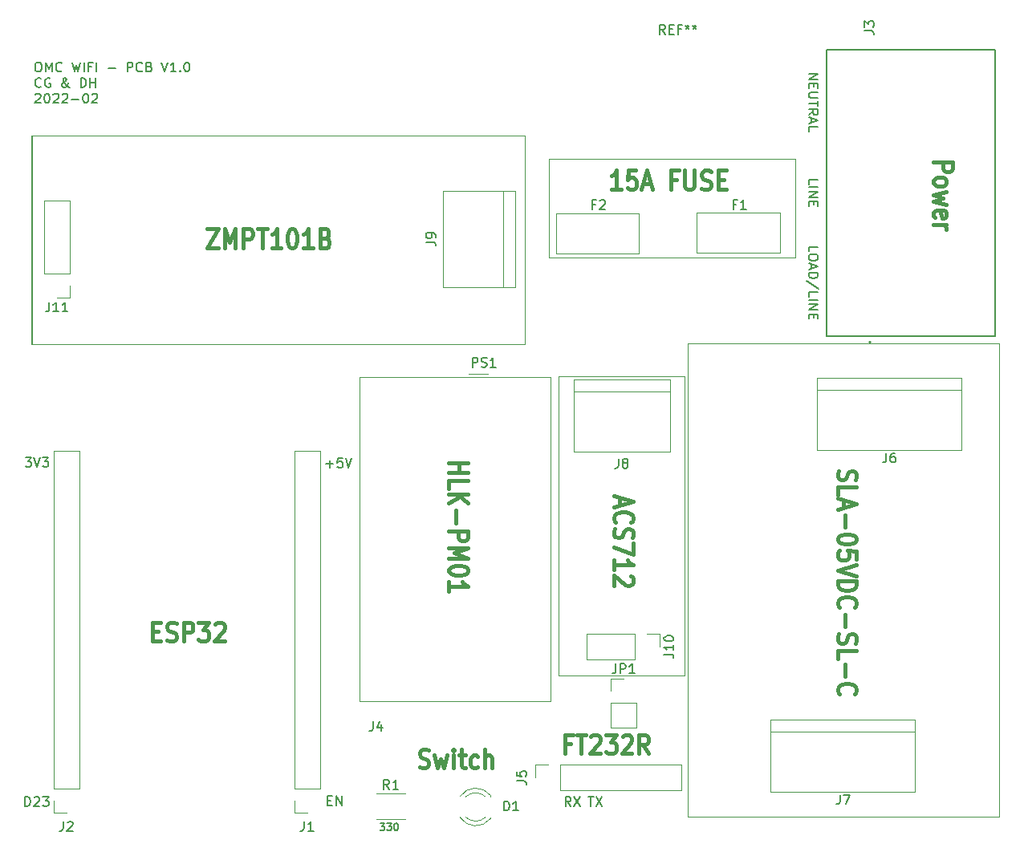
<source format=gto>
G04 #@! TF.GenerationSoftware,KiCad,Pcbnew,5.1.12-84ad8e8a86~92~ubuntu18.04.1*
G04 #@! TF.CreationDate,2022-02-22T10:12:46-04:00*
G04 #@! TF.ProjectId,OMC_WIFI_PCB,4f4d435f-5749-4464-995f-5043422e6b69,rev?*
G04 #@! TF.SameCoordinates,Original*
G04 #@! TF.FileFunction,Legend,Top*
G04 #@! TF.FilePolarity,Positive*
%FSLAX46Y46*%
G04 Gerber Fmt 4.6, Leading zero omitted, Abs format (unit mm)*
G04 Created by KiCad (PCBNEW 5.1.12-84ad8e8a86~92~ubuntu18.04.1) date 2022-02-22 10:12:46*
%MOMM*%
%LPD*%
G01*
G04 APERTURE LIST*
%ADD10C,0.150000*%
%ADD11C,0.120000*%
%ADD12C,0.437500*%
%ADD13C,0.430000*%
%ADD14C,0.200000*%
%ADD15C,0.127000*%
%ADD16O,1.800000X1.800000*%
%ADD17C,2.100000*%
%ADD18C,3.100000*%
%ADD19C,1.900000*%
%ADD20C,2.400000*%
%ADD21C,2.650000*%
G04 APERTURE END LIST*
D10*
X578076071Y980207619D02*
X578266547Y980207619D01*
X578361785Y980160000D01*
X578457023Y980064761D01*
X578504642Y979874285D01*
X578504642Y979540952D01*
X578457023Y979350476D01*
X578361785Y979255238D01*
X578266547Y979207619D01*
X578076071Y979207619D01*
X577980833Y979255238D01*
X577885595Y979350476D01*
X577837976Y979540952D01*
X577837976Y979874285D01*
X577885595Y980064761D01*
X577980833Y980160000D01*
X578076071Y980207619D01*
X578933214Y979207619D02*
X578933214Y980207619D01*
X579266547Y979493333D01*
X579599880Y980207619D01*
X579599880Y979207619D01*
X580647500Y979302857D02*
X580599880Y979255238D01*
X580457023Y979207619D01*
X580361785Y979207619D01*
X580218928Y979255238D01*
X580123690Y979350476D01*
X580076071Y979445714D01*
X580028452Y979636190D01*
X580028452Y979779047D01*
X580076071Y979969523D01*
X580123690Y980064761D01*
X580218928Y980160000D01*
X580361785Y980207619D01*
X580457023Y980207619D01*
X580599880Y980160000D01*
X580647500Y980112380D01*
X581742738Y980207619D02*
X581980833Y979207619D01*
X582171309Y979921904D01*
X582361785Y979207619D01*
X582599880Y980207619D01*
X582980833Y979207619D02*
X582980833Y980207619D01*
X583790357Y979731428D02*
X583457023Y979731428D01*
X583457023Y979207619D02*
X583457023Y980207619D01*
X583933214Y980207619D01*
X584314166Y979207619D02*
X584314166Y980207619D01*
X585552261Y979588571D02*
X586314166Y979588571D01*
X587552261Y979207619D02*
X587552261Y980207619D01*
X587933214Y980207619D01*
X588028452Y980160000D01*
X588076071Y980112380D01*
X588123690Y980017142D01*
X588123690Y979874285D01*
X588076071Y979779047D01*
X588028452Y979731428D01*
X587933214Y979683809D01*
X587552261Y979683809D01*
X589123690Y979302857D02*
X589076071Y979255238D01*
X588933214Y979207619D01*
X588837976Y979207619D01*
X588695119Y979255238D01*
X588599880Y979350476D01*
X588552261Y979445714D01*
X588504642Y979636190D01*
X588504642Y979779047D01*
X588552261Y979969523D01*
X588599880Y980064761D01*
X588695119Y980160000D01*
X588837976Y980207619D01*
X588933214Y980207619D01*
X589076071Y980160000D01*
X589123690Y980112380D01*
X589885595Y979731428D02*
X590028452Y979683809D01*
X590076071Y979636190D01*
X590123690Y979540952D01*
X590123690Y979398095D01*
X590076071Y979302857D01*
X590028452Y979255238D01*
X589933214Y979207619D01*
X589552261Y979207619D01*
X589552261Y980207619D01*
X589885595Y980207619D01*
X589980833Y980160000D01*
X590028452Y980112380D01*
X590076071Y980017142D01*
X590076071Y979921904D01*
X590028452Y979826666D01*
X589980833Y979779047D01*
X589885595Y979731428D01*
X589552261Y979731428D01*
X591171309Y980207619D02*
X591504642Y979207619D01*
X591837976Y980207619D01*
X592695119Y979207619D02*
X592123690Y979207619D01*
X592409404Y979207619D02*
X592409404Y980207619D01*
X592314166Y980064761D01*
X592218928Y979969523D01*
X592123690Y979921904D01*
X593123690Y979302857D02*
X593171309Y979255238D01*
X593123690Y979207619D01*
X593076071Y979255238D01*
X593123690Y979302857D01*
X593123690Y979207619D01*
X593790357Y980207619D02*
X593885595Y980207619D01*
X593980833Y980160000D01*
X594028452Y980112380D01*
X594076071Y980017142D01*
X594123690Y979826666D01*
X594123690Y979588571D01*
X594076071Y979398095D01*
X594028452Y979302857D01*
X593980833Y979255238D01*
X593885595Y979207619D01*
X593790357Y979207619D01*
X593695119Y979255238D01*
X593647500Y979302857D01*
X593599880Y979398095D01*
X593552261Y979588571D01*
X593552261Y979826666D01*
X593599880Y980017142D01*
X593647500Y980112380D01*
X593695119Y980160000D01*
X593790357Y980207619D01*
X578457023Y977652857D02*
X578409404Y977605238D01*
X578266547Y977557619D01*
X578171309Y977557619D01*
X578028452Y977605238D01*
X577933214Y977700476D01*
X577885595Y977795714D01*
X577837976Y977986190D01*
X577837976Y978129047D01*
X577885595Y978319523D01*
X577933214Y978414761D01*
X578028452Y978510000D01*
X578171309Y978557619D01*
X578266547Y978557619D01*
X578409404Y978510000D01*
X578457023Y978462380D01*
X579409404Y978510000D02*
X579314166Y978557619D01*
X579171309Y978557619D01*
X579028452Y978510000D01*
X578933214Y978414761D01*
X578885595Y978319523D01*
X578837976Y978129047D01*
X578837976Y977986190D01*
X578885595Y977795714D01*
X578933214Y977700476D01*
X579028452Y977605238D01*
X579171309Y977557619D01*
X579266547Y977557619D01*
X579409404Y977605238D01*
X579457023Y977652857D01*
X579457023Y977986190D01*
X579266547Y977986190D01*
X581457023Y977557619D02*
X581409404Y977557619D01*
X581314166Y977605238D01*
X581171309Y977748095D01*
X580933214Y978033809D01*
X580837976Y978176666D01*
X580790357Y978319523D01*
X580790357Y978414761D01*
X580837976Y978510000D01*
X580933214Y978557619D01*
X580980833Y978557619D01*
X581076071Y978510000D01*
X581123690Y978414761D01*
X581123690Y978367142D01*
X581076071Y978271904D01*
X581028452Y978224285D01*
X580742738Y978033809D01*
X580695119Y977986190D01*
X580647500Y977890952D01*
X580647500Y977748095D01*
X580695119Y977652857D01*
X580742738Y977605238D01*
X580837976Y977557619D01*
X580980833Y977557619D01*
X581076071Y977605238D01*
X581123690Y977652857D01*
X581266547Y977843333D01*
X581314166Y977986190D01*
X581314166Y978081428D01*
X582647500Y977557619D02*
X582647500Y978557619D01*
X582885595Y978557619D01*
X583028452Y978510000D01*
X583123690Y978414761D01*
X583171309Y978319523D01*
X583218928Y978129047D01*
X583218928Y977986190D01*
X583171309Y977795714D01*
X583123690Y977700476D01*
X583028452Y977605238D01*
X582885595Y977557619D01*
X582647500Y977557619D01*
X583647500Y977557619D02*
X583647500Y978557619D01*
X583647500Y978081428D02*
X584218928Y978081428D01*
X584218928Y977557619D02*
X584218928Y978557619D01*
X577837976Y976812380D02*
X577885595Y976860000D01*
X577980833Y976907619D01*
X578218928Y976907619D01*
X578314166Y976860000D01*
X578361785Y976812380D01*
X578409404Y976717142D01*
X578409404Y976621904D01*
X578361785Y976479047D01*
X577790357Y975907619D01*
X578409404Y975907619D01*
X579028452Y976907619D02*
X579123690Y976907619D01*
X579218928Y976860000D01*
X579266547Y976812380D01*
X579314166Y976717142D01*
X579361785Y976526666D01*
X579361785Y976288571D01*
X579314166Y976098095D01*
X579266547Y976002857D01*
X579218928Y975955238D01*
X579123690Y975907619D01*
X579028452Y975907619D01*
X578933214Y975955238D01*
X578885595Y976002857D01*
X578837976Y976098095D01*
X578790357Y976288571D01*
X578790357Y976526666D01*
X578837976Y976717142D01*
X578885595Y976812380D01*
X578933214Y976860000D01*
X579028452Y976907619D01*
X579742738Y976812380D02*
X579790357Y976860000D01*
X579885595Y976907619D01*
X580123690Y976907619D01*
X580218928Y976860000D01*
X580266547Y976812380D01*
X580314166Y976717142D01*
X580314166Y976621904D01*
X580266547Y976479047D01*
X579695119Y975907619D01*
X580314166Y975907619D01*
X580695119Y976812380D02*
X580742738Y976860000D01*
X580837976Y976907619D01*
X581076071Y976907619D01*
X581171309Y976860000D01*
X581218928Y976812380D01*
X581266547Y976717142D01*
X581266547Y976621904D01*
X581218928Y976479047D01*
X580647500Y975907619D01*
X581266547Y975907619D01*
X581695119Y976288571D02*
X582457023Y976288571D01*
X583123690Y976907619D02*
X583218928Y976907619D01*
X583314166Y976860000D01*
X583361785Y976812380D01*
X583409404Y976717142D01*
X583457023Y976526666D01*
X583457023Y976288571D01*
X583409404Y976098095D01*
X583361785Y976002857D01*
X583314166Y975955238D01*
X583218928Y975907619D01*
X583123690Y975907619D01*
X583028452Y975955238D01*
X582980833Y976002857D01*
X582933214Y976098095D01*
X582885595Y976288571D01*
X582885595Y976526666D01*
X582933214Y976717142D01*
X582980833Y976812380D01*
X583028452Y976860000D01*
X583123690Y976907619D01*
X583837976Y976812380D02*
X583885595Y976860000D01*
X583980833Y976907619D01*
X584218928Y976907619D01*
X584314166Y976860000D01*
X584361785Y976812380D01*
X584409404Y976717142D01*
X584409404Y976621904D01*
X584361785Y976479047D01*
X583790357Y975907619D01*
X584409404Y975907619D01*
D11*
X632000000Y959600000D02*
X632000000Y962400000D01*
X658000000Y959600000D02*
X632000000Y959600000D01*
X658000000Y970000000D02*
X658000000Y959600000D01*
X632000000Y970000000D02*
X658000000Y970000000D01*
X632000000Y962400000D02*
X632000000Y970000000D01*
D12*
X639638333Y966795238D02*
X638638333Y966795238D01*
X639138333Y966795238D02*
X639138333Y968795238D01*
X638971666Y968509523D01*
X638805000Y968319047D01*
X638638333Y968223809D01*
X641221666Y968795238D02*
X640388333Y968795238D01*
X640305000Y967842857D01*
X640388333Y967938095D01*
X640555000Y968033333D01*
X640971666Y968033333D01*
X641138333Y967938095D01*
X641221666Y967842857D01*
X641305000Y967652380D01*
X641305000Y967176190D01*
X641221666Y966985714D01*
X641138333Y966890476D01*
X640971666Y966795238D01*
X640555000Y966795238D01*
X640388333Y966890476D01*
X640305000Y966985714D01*
X641971666Y967366666D02*
X642805000Y967366666D01*
X641805000Y966795238D02*
X642388333Y968795238D01*
X642971666Y966795238D01*
X645471666Y967842857D02*
X644888333Y967842857D01*
X644888333Y966795238D02*
X644888333Y968795238D01*
X645721666Y968795238D01*
X646388333Y968795238D02*
X646388333Y967176190D01*
X646471666Y966985714D01*
X646555000Y966890476D01*
X646721666Y966795238D01*
X647055000Y966795238D01*
X647221666Y966890476D01*
X647305000Y966985714D01*
X647388333Y967176190D01*
X647388333Y968795238D01*
X648138333Y966890476D02*
X648388333Y966795238D01*
X648805000Y966795238D01*
X648971666Y966890476D01*
X649055000Y966985714D01*
X649138333Y967176190D01*
X649138333Y967366666D01*
X649055000Y967557142D01*
X648971666Y967652380D01*
X648805000Y967747619D01*
X648471666Y967842857D01*
X648305000Y967938095D01*
X648221666Y968033333D01*
X648138333Y968223809D01*
X648138333Y968414285D01*
X648221666Y968604761D01*
X648305000Y968700000D01*
X648471666Y968795238D01*
X648888333Y968795238D01*
X649138333Y968700000D01*
X649888333Y967842857D02*
X650471666Y967842857D01*
X650721666Y966795238D02*
X649888333Y966795238D01*
X649888333Y968795238D01*
X650721666Y968795238D01*
D10*
X614235714Y899890714D02*
X614700000Y899890714D01*
X614450000Y899605000D01*
X614557142Y899605000D01*
X614628571Y899569285D01*
X614664285Y899533571D01*
X614700000Y899462142D01*
X614700000Y899283571D01*
X614664285Y899212142D01*
X614628571Y899176428D01*
X614557142Y899140714D01*
X614342857Y899140714D01*
X614271428Y899176428D01*
X614235714Y899212142D01*
X614950000Y899890714D02*
X615414285Y899890714D01*
X615164285Y899605000D01*
X615271428Y899605000D01*
X615342857Y899569285D01*
X615378571Y899533571D01*
X615414285Y899462142D01*
X615414285Y899283571D01*
X615378571Y899212142D01*
X615342857Y899176428D01*
X615271428Y899140714D01*
X615057142Y899140714D01*
X614985714Y899176428D01*
X614950000Y899212142D01*
X615878571Y899890714D02*
X615950000Y899890714D01*
X616021428Y899855000D01*
X616057142Y899819285D01*
X616092857Y899747857D01*
X616128571Y899605000D01*
X616128571Y899426428D01*
X616092857Y899283571D01*
X616057142Y899212142D01*
X616021428Y899176428D01*
X615950000Y899140714D01*
X615878571Y899140714D01*
X615807142Y899176428D01*
X615771428Y899212142D01*
X615735714Y899283571D01*
X615700000Y899426428D01*
X615700000Y899605000D01*
X615735714Y899747857D01*
X615771428Y899819285D01*
X615807142Y899855000D01*
X615878571Y899890714D01*
X659437619Y960235714D02*
X659437619Y960711904D01*
X660437619Y960711904D01*
X660437619Y959711904D02*
X660437619Y959521428D01*
X660390000Y959426190D01*
X660294761Y959330952D01*
X660104285Y959283333D01*
X659770952Y959283333D01*
X659580476Y959330952D01*
X659485238Y959426190D01*
X659437619Y959521428D01*
X659437619Y959711904D01*
X659485238Y959807142D01*
X659580476Y959902380D01*
X659770952Y959950000D01*
X660104285Y959950000D01*
X660294761Y959902380D01*
X660390000Y959807142D01*
X660437619Y959711904D01*
X659723333Y958902380D02*
X659723333Y958426190D01*
X659437619Y958997619D02*
X660437619Y958664285D01*
X659437619Y958330952D01*
X659437619Y957997619D02*
X660437619Y957997619D01*
X660437619Y957759523D01*
X660390000Y957616666D01*
X660294761Y957521428D01*
X660199523Y957473809D01*
X660009047Y957426190D01*
X659866190Y957426190D01*
X659675714Y957473809D01*
X659580476Y957521428D01*
X659485238Y957616666D01*
X659437619Y957759523D01*
X659437619Y957997619D01*
X660485238Y956283333D02*
X659199523Y957140476D01*
X659437619Y955473809D02*
X659437619Y955950000D01*
X660437619Y955950000D01*
X659437619Y955140476D02*
X660437619Y955140476D01*
X659437619Y954664285D02*
X660437619Y954664285D01*
X659437619Y954092857D01*
X660437619Y954092857D01*
X659961428Y953616666D02*
X659961428Y953283333D01*
X659437619Y953140476D02*
X659437619Y953616666D01*
X660437619Y953616666D01*
X660437619Y953140476D01*
X659437619Y967344761D02*
X659437619Y967820952D01*
X660437619Y967820952D01*
X659437619Y967011428D02*
X660437619Y967011428D01*
X659437619Y966535238D02*
X660437619Y966535238D01*
X659437619Y965963809D01*
X660437619Y965963809D01*
X659961428Y965487619D02*
X659961428Y965154285D01*
X659437619Y965011428D02*
X659437619Y965487619D01*
X660437619Y965487619D01*
X660437619Y965011428D01*
X659437619Y978996190D02*
X660437619Y978996190D01*
X659437619Y978424761D01*
X660437619Y978424761D01*
X659961428Y977948571D02*
X659961428Y977615238D01*
X659437619Y977472380D02*
X659437619Y977948571D01*
X660437619Y977948571D01*
X660437619Y977472380D01*
X660437619Y977043809D02*
X659628095Y977043809D01*
X659532857Y976996190D01*
X659485238Y976948571D01*
X659437619Y976853333D01*
X659437619Y976662857D01*
X659485238Y976567619D01*
X659532857Y976520000D01*
X659628095Y976472380D01*
X660437619Y976472380D01*
X660437619Y976139047D02*
X660437619Y975567619D01*
X659437619Y975853333D02*
X660437619Y975853333D01*
X659437619Y974662857D02*
X659913809Y974996190D01*
X659437619Y975234285D02*
X660437619Y975234285D01*
X660437619Y974853333D01*
X660390000Y974758095D01*
X660342380Y974710476D01*
X660247142Y974662857D01*
X660104285Y974662857D01*
X660009047Y974710476D01*
X659961428Y974758095D01*
X659913809Y974853333D01*
X659913809Y975234285D01*
X659723333Y974281904D02*
X659723333Y973805714D01*
X659437619Y974377142D02*
X660437619Y974043809D01*
X659437619Y973710476D01*
X659437619Y972900952D02*
X659437619Y973377142D01*
X660437619Y973377142D01*
D12*
X618375000Y905830476D02*
X618625000Y905735238D01*
X619041666Y905735238D01*
X619208333Y905830476D01*
X619291666Y905925714D01*
X619375000Y906116190D01*
X619375000Y906306666D01*
X619291666Y906497142D01*
X619208333Y906592380D01*
X619041666Y906687619D01*
X618708333Y906782857D01*
X618541666Y906878095D01*
X618458333Y906973333D01*
X618375000Y907163809D01*
X618375000Y907354285D01*
X618458333Y907544761D01*
X618541666Y907640000D01*
X618708333Y907735238D01*
X619125000Y907735238D01*
X619375000Y907640000D01*
X619958333Y907068571D02*
X620291666Y905735238D01*
X620625000Y906687619D01*
X620958333Y905735238D01*
X621291666Y907068571D01*
X621958333Y905735238D02*
X621958333Y907068571D01*
X621958333Y907735238D02*
X621875000Y907640000D01*
X621958333Y907544761D01*
X622041666Y907640000D01*
X621958333Y907735238D01*
X621958333Y907544761D01*
X622541666Y907068571D02*
X623208333Y907068571D01*
X622791666Y907735238D02*
X622791666Y906020952D01*
X622875000Y905830476D01*
X623041666Y905735238D01*
X623208333Y905735238D01*
X624541666Y905830476D02*
X624375000Y905735238D01*
X624041666Y905735238D01*
X623875000Y905830476D01*
X623791666Y905925714D01*
X623708333Y906116190D01*
X623708333Y906687619D01*
X623791666Y906878095D01*
X623875000Y906973333D01*
X624041666Y907068571D01*
X624375000Y907068571D01*
X624541666Y906973333D01*
X625291666Y905735238D02*
X625291666Y907735238D01*
X626041666Y905735238D02*
X626041666Y906782857D01*
X625958333Y906973333D01*
X625791666Y907068571D01*
X625541666Y907068571D01*
X625375000Y906973333D01*
X625291666Y906878095D01*
D10*
X634353333Y901677619D02*
X634020000Y902153809D01*
X633781904Y901677619D02*
X633781904Y902677619D01*
X634162857Y902677619D01*
X634258095Y902630000D01*
X634305714Y902582380D01*
X634353333Y902487142D01*
X634353333Y902344285D01*
X634305714Y902249047D01*
X634258095Y902201428D01*
X634162857Y902153809D01*
X633781904Y902153809D01*
X634686666Y902677619D02*
X635353333Y901677619D01*
X635353333Y902677619D02*
X634686666Y901677619D01*
X636188095Y902677619D02*
X636759523Y902677619D01*
X636473809Y901677619D02*
X636473809Y902677619D01*
X636997619Y902677619D02*
X637664285Y901677619D01*
X637664285Y902677619D02*
X636997619Y901677619D01*
X576775714Y901687619D02*
X576775714Y902687619D01*
X577013809Y902687619D01*
X577156666Y902640000D01*
X577251904Y902544761D01*
X577299523Y902449523D01*
X577347142Y902259047D01*
X577347142Y902116190D01*
X577299523Y901925714D01*
X577251904Y901830476D01*
X577156666Y901735238D01*
X577013809Y901687619D01*
X576775714Y901687619D01*
X577728095Y902592380D02*
X577775714Y902640000D01*
X577870952Y902687619D01*
X578109047Y902687619D01*
X578204285Y902640000D01*
X578251904Y902592380D01*
X578299523Y902497142D01*
X578299523Y902401904D01*
X578251904Y902259047D01*
X577680476Y901687619D01*
X578299523Y901687619D01*
X578632857Y902687619D02*
X579251904Y902687619D01*
X578918571Y902306666D01*
X579061428Y902306666D01*
X579156666Y902259047D01*
X579204285Y902211428D01*
X579251904Y902116190D01*
X579251904Y901878095D01*
X579204285Y901782857D01*
X579156666Y901735238D01*
X579061428Y901687619D01*
X578775714Y901687619D01*
X578680476Y901735238D01*
X578632857Y901782857D01*
X576811904Y938497619D02*
X577430952Y938497619D01*
X577097619Y938116666D01*
X577240476Y938116666D01*
X577335714Y938069047D01*
X577383333Y938021428D01*
X577430952Y937926190D01*
X577430952Y937688095D01*
X577383333Y937592857D01*
X577335714Y937545238D01*
X577240476Y937497619D01*
X576954761Y937497619D01*
X576859523Y937545238D01*
X576811904Y937592857D01*
X577716666Y938497619D02*
X578050000Y937497619D01*
X578383333Y938497619D01*
X578621428Y938497619D02*
X579240476Y938497619D01*
X578907142Y938116666D01*
X579050000Y938116666D01*
X579145238Y938069047D01*
X579192857Y938021428D01*
X579240476Y937926190D01*
X579240476Y937688095D01*
X579192857Y937592857D01*
X579145238Y937545238D01*
X579050000Y937497619D01*
X578764285Y937497619D01*
X578669047Y937545238D01*
X578621428Y937592857D01*
X608534285Y937818571D02*
X609296190Y937818571D01*
X608915238Y937437619D02*
X608915238Y938199523D01*
X610248571Y938437619D02*
X609772380Y938437619D01*
X609724761Y937961428D01*
X609772380Y938009047D01*
X609867619Y938056666D01*
X610105714Y938056666D01*
X610200952Y938009047D01*
X610248571Y937961428D01*
X610296190Y937866190D01*
X610296190Y937628095D01*
X610248571Y937532857D01*
X610200952Y937485238D01*
X610105714Y937437619D01*
X609867619Y937437619D01*
X609772380Y937485238D01*
X609724761Y937532857D01*
X610581904Y938437619D02*
X610915238Y937437619D01*
X611248571Y938437619D01*
X608691904Y902281428D02*
X609025238Y902281428D01*
X609168095Y901757619D02*
X608691904Y901757619D01*
X608691904Y902757619D01*
X609168095Y902757619D01*
X609596666Y901757619D02*
X609596666Y902757619D01*
X610168095Y901757619D01*
X610168095Y902757619D01*
D13*
X590240000Y920152857D02*
X590823333Y920152857D01*
X591073333Y919105238D02*
X590240000Y919105238D01*
X590240000Y921105238D01*
X591073333Y921105238D01*
X591740000Y919200476D02*
X591990000Y919105238D01*
X592406666Y919105238D01*
X592573333Y919200476D01*
X592656666Y919295714D01*
X592740000Y919486190D01*
X592740000Y919676666D01*
X592656666Y919867142D01*
X592573333Y919962380D01*
X592406666Y920057619D01*
X592073333Y920152857D01*
X591906666Y920248095D01*
X591823333Y920343333D01*
X591740000Y920533809D01*
X591740000Y920724285D01*
X591823333Y920914761D01*
X591906666Y921010000D01*
X592073333Y921105238D01*
X592490000Y921105238D01*
X592740000Y921010000D01*
X593490000Y919105238D02*
X593490000Y921105238D01*
X594156666Y921105238D01*
X594323333Y921010000D01*
X594406666Y920914761D01*
X594490000Y920724285D01*
X594490000Y920438571D01*
X594406666Y920248095D01*
X594323333Y920152857D01*
X594156666Y920057619D01*
X593490000Y920057619D01*
X595073333Y921105238D02*
X596156666Y921105238D01*
X595573333Y920343333D01*
X595823333Y920343333D01*
X595990000Y920248095D01*
X596073333Y920152857D01*
X596156666Y919962380D01*
X596156666Y919486190D01*
X596073333Y919295714D01*
X595990000Y919200476D01*
X595823333Y919105238D01*
X595323333Y919105238D01*
X595156666Y919200476D01*
X595073333Y919295714D01*
X596823333Y920914761D02*
X596906666Y921010000D01*
X597073333Y921105238D01*
X597490000Y921105238D01*
X597656666Y921010000D01*
X597740000Y920914761D01*
X597823333Y920724285D01*
X597823333Y920533809D01*
X597740000Y920248095D01*
X596740000Y919105238D01*
X597823333Y919105238D01*
D12*
X634298333Y908292857D02*
X633715000Y908292857D01*
X633715000Y907245238D02*
X633715000Y909245238D01*
X634548333Y909245238D01*
X634965000Y909245238D02*
X635965000Y909245238D01*
X635465000Y907245238D02*
X635465000Y909245238D01*
X636465000Y909054761D02*
X636548333Y909150000D01*
X636715000Y909245238D01*
X637131666Y909245238D01*
X637298333Y909150000D01*
X637381666Y909054761D01*
X637465000Y908864285D01*
X637465000Y908673809D01*
X637381666Y908388095D01*
X636381666Y907245238D01*
X637465000Y907245238D01*
X638048333Y909245238D02*
X639131666Y909245238D01*
X638548333Y908483333D01*
X638798333Y908483333D01*
X638965000Y908388095D01*
X639048333Y908292857D01*
X639131666Y908102380D01*
X639131666Y907626190D01*
X639048333Y907435714D01*
X638965000Y907340476D01*
X638798333Y907245238D01*
X638298333Y907245238D01*
X638131666Y907340476D01*
X638048333Y907435714D01*
X639798333Y909054761D02*
X639881666Y909150000D01*
X640048333Y909245238D01*
X640465000Y909245238D01*
X640631666Y909150000D01*
X640715000Y909054761D01*
X640798333Y908864285D01*
X640798333Y908673809D01*
X640715000Y908388095D01*
X639715000Y907245238D01*
X640798333Y907245238D01*
X642548333Y907245238D02*
X641965000Y908197619D01*
X641548333Y907245238D02*
X641548333Y909245238D01*
X642215000Y909245238D01*
X642381666Y909150000D01*
X642465000Y909054761D01*
X642548333Y908864285D01*
X642548333Y908578571D01*
X642465000Y908388095D01*
X642381666Y908292857D01*
X642215000Y908197619D01*
X641548333Y908197619D01*
D13*
X672635238Y969698333D02*
X674635238Y969698333D01*
X674635238Y969031666D01*
X674540000Y968865000D01*
X674444761Y968781666D01*
X674254285Y968698333D01*
X673968571Y968698333D01*
X673778095Y968781666D01*
X673682857Y968865000D01*
X673587619Y969031666D01*
X673587619Y969698333D01*
X672635238Y967698333D02*
X672730476Y967865000D01*
X672825714Y967948333D01*
X673016190Y968031666D01*
X673587619Y968031666D01*
X673778095Y967948333D01*
X673873333Y967865000D01*
X673968571Y967698333D01*
X673968571Y967448333D01*
X673873333Y967281666D01*
X673778095Y967198333D01*
X673587619Y967115000D01*
X673016190Y967115000D01*
X672825714Y967198333D01*
X672730476Y967281666D01*
X672635238Y967448333D01*
X672635238Y967698333D01*
X673968571Y966531666D02*
X672635238Y966198333D01*
X673587619Y965865000D01*
X672635238Y965531666D01*
X673968571Y965198333D01*
X672730476Y963865000D02*
X672635238Y964031666D01*
X672635238Y964365000D01*
X672730476Y964531666D01*
X672920952Y964615000D01*
X673682857Y964615000D01*
X673873333Y964531666D01*
X673968571Y964365000D01*
X673968571Y964031666D01*
X673873333Y963865000D01*
X673682857Y963781666D01*
X673492380Y963781666D01*
X673301904Y964615000D01*
X672635238Y963031666D02*
X673968571Y963031666D01*
X673587619Y963031666D02*
X673778095Y962948333D01*
X673873333Y962865000D01*
X673968571Y962698333D01*
X673968571Y962531666D01*
D12*
X621495238Y937908333D02*
X623495238Y937908333D01*
X622542857Y937908333D02*
X622542857Y936908333D01*
X621495238Y936908333D02*
X623495238Y936908333D01*
X621495238Y935241666D02*
X621495238Y936075000D01*
X623495238Y936075000D01*
X621495238Y934658333D02*
X623495238Y934658333D01*
X621495238Y933658333D02*
X622638095Y934408333D01*
X623495238Y933658333D02*
X622352380Y934658333D01*
X622257142Y932908333D02*
X622257142Y931575000D01*
X621495238Y930741666D02*
X623495238Y930741666D01*
X623495238Y930075000D01*
X623400000Y929908333D01*
X623304761Y929825000D01*
X623114285Y929741666D01*
X622828571Y929741666D01*
X622638095Y929825000D01*
X622542857Y929908333D01*
X622447619Y930075000D01*
X622447619Y930741666D01*
X621495238Y928991666D02*
X623495238Y928991666D01*
X622066666Y928408333D01*
X623495238Y927825000D01*
X621495238Y927825000D01*
X623495238Y926658333D02*
X623495238Y926491666D01*
X623400000Y926325000D01*
X623304761Y926241666D01*
X623114285Y926158333D01*
X622733333Y926075000D01*
X622257142Y926075000D01*
X621876190Y926158333D01*
X621685714Y926241666D01*
X621590476Y926325000D01*
X621495238Y926491666D01*
X621495238Y926658333D01*
X621590476Y926825000D01*
X621685714Y926908333D01*
X621876190Y926991666D01*
X622257142Y927075000D01*
X622733333Y927075000D01*
X623114285Y926991666D01*
X623304761Y926908333D01*
X623400000Y926825000D01*
X623495238Y926658333D01*
X621495238Y924408333D02*
X621495238Y925408333D01*
X621495238Y924908333D02*
X623495238Y924908333D01*
X623209523Y925075000D01*
X623019047Y925241666D01*
X622923809Y925408333D01*
X639471666Y934260000D02*
X639471666Y933426666D01*
X638900238Y934426666D02*
X640900238Y933843333D01*
X638900238Y933260000D01*
X639090714Y931676666D02*
X638995476Y931760000D01*
X638900238Y932010000D01*
X638900238Y932176666D01*
X638995476Y932426666D01*
X639185952Y932593333D01*
X639376428Y932676666D01*
X639757380Y932760000D01*
X640043095Y932760000D01*
X640424047Y932676666D01*
X640614523Y932593333D01*
X640805000Y932426666D01*
X640900238Y932176666D01*
X640900238Y932010000D01*
X640805000Y931760000D01*
X640709761Y931676666D01*
X638995476Y931010000D02*
X638900238Y930760000D01*
X638900238Y930343333D01*
X638995476Y930176666D01*
X639090714Y930093333D01*
X639281190Y930010000D01*
X639471666Y930010000D01*
X639662142Y930093333D01*
X639757380Y930176666D01*
X639852619Y930343333D01*
X639947857Y930676666D01*
X640043095Y930843333D01*
X640138333Y930926666D01*
X640328809Y931010000D01*
X640519285Y931010000D01*
X640709761Y930926666D01*
X640805000Y930843333D01*
X640900238Y930676666D01*
X640900238Y930260000D01*
X640805000Y930010000D01*
X640900238Y929426666D02*
X640900238Y928260000D01*
X638900238Y929010000D01*
X638900238Y926676666D02*
X638900238Y927676666D01*
X638900238Y927176666D02*
X640900238Y927176666D01*
X640614523Y927343333D01*
X640424047Y927510000D01*
X640328809Y927676666D01*
X640709761Y926010000D02*
X640805000Y925926666D01*
X640900238Y925760000D01*
X640900238Y925343333D01*
X640805000Y925176666D01*
X640709761Y925093333D01*
X640519285Y925010000D01*
X640328809Y925010000D01*
X640043095Y925093333D01*
X638900238Y926093333D01*
X638900238Y925010000D01*
X662600476Y937111666D02*
X662505238Y936861666D01*
X662505238Y936445000D01*
X662600476Y936278333D01*
X662695714Y936195000D01*
X662886190Y936111666D01*
X663076666Y936111666D01*
X663267142Y936195000D01*
X663362380Y936278333D01*
X663457619Y936445000D01*
X663552857Y936778333D01*
X663648095Y936945000D01*
X663743333Y937028333D01*
X663933809Y937111666D01*
X664124285Y937111666D01*
X664314761Y937028333D01*
X664410000Y936945000D01*
X664505238Y936778333D01*
X664505238Y936361666D01*
X664410000Y936111666D01*
X662505238Y934528333D02*
X662505238Y935361666D01*
X664505238Y935361666D01*
X663076666Y934028333D02*
X663076666Y933195000D01*
X662505238Y934195000D02*
X664505238Y933611666D01*
X662505238Y933028333D01*
X663267142Y932445000D02*
X663267142Y931111666D01*
X664505238Y929945000D02*
X664505238Y929778333D01*
X664410000Y929611666D01*
X664314761Y929528333D01*
X664124285Y929445000D01*
X663743333Y929361666D01*
X663267142Y929361666D01*
X662886190Y929445000D01*
X662695714Y929528333D01*
X662600476Y929611666D01*
X662505238Y929778333D01*
X662505238Y929945000D01*
X662600476Y930111666D01*
X662695714Y930195000D01*
X662886190Y930278333D01*
X663267142Y930361666D01*
X663743333Y930361666D01*
X664124285Y930278333D01*
X664314761Y930195000D01*
X664410000Y930111666D01*
X664505238Y929945000D01*
X664505238Y927778333D02*
X664505238Y928611666D01*
X663552857Y928695000D01*
X663648095Y928611666D01*
X663743333Y928445000D01*
X663743333Y928028333D01*
X663648095Y927861666D01*
X663552857Y927778333D01*
X663362380Y927695000D01*
X662886190Y927695000D01*
X662695714Y927778333D01*
X662600476Y927861666D01*
X662505238Y928028333D01*
X662505238Y928445000D01*
X662600476Y928611666D01*
X662695714Y928695000D01*
X664505238Y927195000D02*
X662505238Y926611666D01*
X664505238Y926028333D01*
X662505238Y925445000D02*
X664505238Y925445000D01*
X664505238Y925028333D01*
X664410000Y924778333D01*
X664219523Y924611666D01*
X664029047Y924528333D01*
X663648095Y924445000D01*
X663362380Y924445000D01*
X662981428Y924528333D01*
X662790952Y924611666D01*
X662600476Y924778333D01*
X662505238Y925028333D01*
X662505238Y925445000D01*
X662695714Y922695000D02*
X662600476Y922778333D01*
X662505238Y923028333D01*
X662505238Y923195000D01*
X662600476Y923445000D01*
X662790952Y923611666D01*
X662981428Y923695000D01*
X663362380Y923778333D01*
X663648095Y923778333D01*
X664029047Y923695000D01*
X664219523Y923611666D01*
X664410000Y923445000D01*
X664505238Y923195000D01*
X664505238Y923028333D01*
X664410000Y922778333D01*
X664314761Y922695000D01*
X663267142Y921945000D02*
X663267142Y920611666D01*
X662600476Y919861666D02*
X662505238Y919611666D01*
X662505238Y919195000D01*
X662600476Y919028333D01*
X662695714Y918945000D01*
X662886190Y918861666D01*
X663076666Y918861666D01*
X663267142Y918945000D01*
X663362380Y919028333D01*
X663457619Y919195000D01*
X663552857Y919528333D01*
X663648095Y919695000D01*
X663743333Y919778333D01*
X663933809Y919861666D01*
X664124285Y919861666D01*
X664314761Y919778333D01*
X664410000Y919695000D01*
X664505238Y919528333D01*
X664505238Y919111666D01*
X664410000Y918861666D01*
X662505238Y917278333D02*
X662505238Y918111666D01*
X664505238Y918111666D01*
X663267142Y916695000D02*
X663267142Y915361666D01*
X662695714Y913528333D02*
X662600476Y913611666D01*
X662505238Y913861666D01*
X662505238Y914028333D01*
X662600476Y914278333D01*
X662790952Y914445000D01*
X662981428Y914528333D01*
X663362380Y914611666D01*
X663648095Y914611666D01*
X664029047Y914528333D01*
X664219523Y914445000D01*
X664410000Y914278333D01*
X664505238Y914028333D01*
X664505238Y913861666D01*
X664410000Y913611666D01*
X664314761Y913528333D01*
D11*
X633035000Y947030000D02*
X646335000Y947030000D01*
X633035000Y915505000D02*
X633035000Y947005000D01*
X646335000Y915505000D02*
X633035000Y915505000D01*
X646335000Y947005000D02*
X646335000Y915505000D01*
X679520000Y900560000D02*
X679520000Y950560000D01*
X646720000Y900560000D02*
X679520000Y900560000D01*
X646720000Y950560000D02*
X646720000Y900560000D01*
X679520000Y950560000D02*
X646720000Y950560000D01*
D12*
X595965000Y962625238D02*
X597131666Y962625238D01*
X595965000Y960625238D01*
X597131666Y960625238D01*
X597798333Y960625238D02*
X597798333Y962625238D01*
X598381666Y961196666D01*
X598965000Y962625238D01*
X598965000Y960625238D01*
X599798333Y960625238D02*
X599798333Y962625238D01*
X600465000Y962625238D01*
X600631666Y962530000D01*
X600715000Y962434761D01*
X600798333Y962244285D01*
X600798333Y961958571D01*
X600715000Y961768095D01*
X600631666Y961672857D01*
X600465000Y961577619D01*
X599798333Y961577619D01*
X601298333Y962625238D02*
X602298333Y962625238D01*
X601798333Y960625238D02*
X601798333Y962625238D01*
X603798333Y960625238D02*
X602798333Y960625238D01*
X603298333Y960625238D02*
X603298333Y962625238D01*
X603131666Y962339523D01*
X602965000Y962149047D01*
X602798333Y962053809D01*
X604881666Y962625238D02*
X605048333Y962625238D01*
X605215000Y962530000D01*
X605298333Y962434761D01*
X605381666Y962244285D01*
X605465000Y961863333D01*
X605465000Y961387142D01*
X605381666Y961006190D01*
X605298333Y960815714D01*
X605215000Y960720476D01*
X605048333Y960625238D01*
X604881666Y960625238D01*
X604715000Y960720476D01*
X604631666Y960815714D01*
X604548333Y961006190D01*
X604465000Y961387142D01*
X604465000Y961863333D01*
X604548333Y962244285D01*
X604631666Y962434761D01*
X604715000Y962530000D01*
X604881666Y962625238D01*
X607131666Y960625238D02*
X606131666Y960625238D01*
X606631666Y960625238D02*
X606631666Y962625238D01*
X606465000Y962339523D01*
X606298333Y962149047D01*
X606131666Y962053809D01*
X608465000Y961672857D02*
X608715000Y961577619D01*
X608798333Y961482380D01*
X608881666Y961291904D01*
X608881666Y961006190D01*
X608798333Y960815714D01*
X608715000Y960720476D01*
X608548333Y960625238D01*
X607881666Y960625238D01*
X607881666Y962625238D01*
X608465000Y962625238D01*
X608631666Y962530000D01*
X608715000Y962434761D01*
X608798333Y962244285D01*
X608798333Y962053809D01*
X608715000Y961863333D01*
X608631666Y961768095D01*
X608465000Y961672857D01*
X607881666Y961672857D01*
D11*
X629535000Y950490000D02*
X629535000Y972490000D01*
X577535000Y950490000D02*
X629535000Y950490000D01*
D10*
X577535000Y972490000D02*
X577535000Y950490000D01*
D11*
X577535000Y972490000D02*
X629535000Y972490000D01*
X633240000Y903400000D02*
X633240000Y906060000D01*
X633240000Y903400000D02*
X646000000Y903400000D01*
X646000000Y903400000D02*
X646000000Y906060000D01*
X633240000Y906060000D02*
X646000000Y906060000D01*
X630640000Y906060000D02*
X631970000Y906060000D01*
X630640000Y904730000D02*
X630640000Y906060000D01*
X638600000Y909970000D02*
X641260000Y909970000D01*
X638600000Y912570000D02*
X638600000Y909970000D01*
X641260000Y912570000D02*
X641260000Y909970000D01*
X638600000Y912570000D02*
X641260000Y912570000D01*
X638600000Y913840000D02*
X638600000Y915170000D01*
X638600000Y915170000D02*
X639930000Y915170000D01*
X641520000Y960050000D02*
X632780000Y960050000D01*
X641520000Y960050000D02*
X641520000Y964290000D01*
X632780000Y964290000D02*
X632780000Y960050000D01*
X632780000Y964290000D02*
X641520000Y964290000D01*
X656400000Y960070000D02*
X647660000Y960070000D01*
X656400000Y960070000D02*
X656400000Y964310000D01*
X647660000Y964310000D02*
X647660000Y960070000D01*
X647660000Y964310000D02*
X656400000Y964310000D01*
X628510000Y956485000D02*
X628510000Y966645000D01*
X620890000Y956485000D02*
X628510000Y956485000D01*
X620890000Y966645000D02*
X620890000Y956485000D01*
X628510000Y966645000D02*
X620890000Y966645000D01*
X627240000Y966645000D02*
X627240000Y956485000D01*
X670660000Y910820000D02*
X670660000Y903200000D01*
X655420000Y910820000D02*
X655420000Y903200000D01*
X670660000Y909550000D02*
X655420000Y909550000D01*
X670660000Y903200000D02*
X655420000Y903200000D01*
X670660000Y910820000D02*
X655420000Y910820000D01*
X644790000Y946710000D02*
X634630000Y946710000D01*
X644790000Y939090000D02*
X644790000Y946710000D01*
X634630000Y939090000D02*
X644790000Y939090000D01*
X634630000Y946710000D02*
X634630000Y939090000D01*
X634630000Y945440000D02*
X644790000Y945440000D01*
X675560000Y946890000D02*
X675560000Y939270000D01*
X660320000Y946890000D02*
X660320000Y939270000D01*
X675560000Y945620000D02*
X660320000Y945620000D01*
X675560000Y939270000D02*
X660320000Y939270000D01*
X675560000Y946890000D02*
X660320000Y946890000D01*
X625875000Y900379000D02*
X625875000Y900535000D01*
X625875000Y902695000D02*
X625875000Y902851000D01*
X622642665Y900536392D02*
G75*
G03*
X625875000Y900379484I1672335J1078608D01*
G01*
X622642665Y902693608D02*
G75*
G02*
X625875000Y902850516I1672335J-1078608D01*
G01*
X623273870Y900535163D02*
G75*
G03*
X625355961Y900535000I1041130J1079837D01*
G01*
X623273870Y902694837D02*
G75*
G02*
X625355961Y902695000I1041130J-1079837D01*
G01*
X607870000Y903570000D02*
X605210000Y903570000D01*
X607870000Y903570000D02*
X607870000Y939190000D01*
X607870000Y939190000D02*
X605210000Y939190000D01*
X605210000Y903570000D02*
X605210000Y939190000D01*
X605210000Y900970000D02*
X605210000Y902300000D01*
X606540000Y900970000D02*
X605210000Y900970000D01*
X582470000Y903570000D02*
X579810000Y903570000D01*
X582470000Y903570000D02*
X582470000Y939190000D01*
X582470000Y939190000D02*
X579810000Y939190000D01*
X579810000Y903570000D02*
X579810000Y939190000D01*
X579810000Y900970000D02*
X579810000Y902300000D01*
X581140000Y900970000D02*
X579810000Y900970000D01*
D14*
X666000000Y950672000D02*
G75*
G03*
X666000000Y950672000I-100000J0D01*
G01*
D15*
X679108000Y981558000D02*
X679108000Y951322000D01*
X661328000Y981558000D02*
X661328000Y951322000D01*
X661328000Y981558000D02*
X679108000Y981558000D01*
X679108000Y951322000D02*
X661328000Y951322000D01*
D11*
X643730000Y919870000D02*
X643730000Y918540000D01*
X642400000Y919870000D02*
X643730000Y919870000D01*
X641130000Y919870000D02*
X641130000Y917210000D01*
X641130000Y917210000D02*
X635990000Y917210000D01*
X641130000Y919870000D02*
X635990000Y919870000D01*
X635990000Y919870000D02*
X635990000Y917210000D01*
X581455000Y955345000D02*
X580125000Y955345000D01*
X581455000Y956675000D02*
X581455000Y955345000D01*
X581455000Y957945000D02*
X578795000Y957945000D01*
X578795000Y957945000D02*
X578795000Y965625000D01*
X581455000Y957945000D02*
X581455000Y965625000D01*
X581455000Y965625000D02*
X578795000Y965625000D01*
X632225000Y946950000D02*
X612025000Y946950000D01*
X612025000Y946950000D02*
X612025000Y912750000D01*
X612025000Y912750000D02*
X632225000Y912750000D01*
X632225000Y912750000D02*
X632225000Y946950000D01*
X625625000Y947340000D02*
X623615000Y947340000D01*
X613832936Y903025000D02*
X616887064Y903025000D01*
X613832936Y900305000D02*
X616887064Y900305000D01*
D10*
X628652380Y904396666D02*
X629366666Y904396666D01*
X629509523Y904349047D01*
X629604761Y904253809D01*
X629652380Y904110952D01*
X629652380Y904015714D01*
X628652380Y905349047D02*
X628652380Y904872857D01*
X629128571Y904825238D01*
X629080952Y904872857D01*
X629033333Y904968095D01*
X629033333Y905206190D01*
X629080952Y905301428D01*
X629128571Y905349047D01*
X629223809Y905396666D01*
X629461904Y905396666D01*
X629557142Y905349047D01*
X629604761Y905301428D01*
X629652380Y905206190D01*
X629652380Y904968095D01*
X629604761Y904872857D01*
X629557142Y904825238D01*
X644316666Y983177619D02*
X643983333Y983653809D01*
X643745238Y983177619D02*
X643745238Y984177619D01*
X644126190Y984177619D01*
X644221428Y984130000D01*
X644269047Y984082380D01*
X644316666Y983987142D01*
X644316666Y983844285D01*
X644269047Y983749047D01*
X644221428Y983701428D01*
X644126190Y983653809D01*
X643745238Y983653809D01*
X644745238Y983701428D02*
X645078571Y983701428D01*
X645221428Y983177619D02*
X644745238Y983177619D01*
X644745238Y984177619D01*
X645221428Y984177619D01*
X645983333Y983701428D02*
X645650000Y983701428D01*
X645650000Y983177619D02*
X645650000Y984177619D01*
X646126190Y984177619D01*
X646650000Y984177619D02*
X646650000Y983939523D01*
X646411904Y984034761D02*
X646650000Y983939523D01*
X646888095Y984034761D01*
X646507142Y983749047D02*
X646650000Y983939523D01*
X646792857Y983749047D01*
X647411904Y984177619D02*
X647411904Y983939523D01*
X647173809Y984034761D02*
X647411904Y983939523D01*
X647650000Y984034761D01*
X647269047Y983749047D02*
X647411904Y983939523D01*
X647554761Y983749047D01*
X639096666Y916717619D02*
X639096666Y916003333D01*
X639049047Y915860476D01*
X638953809Y915765238D01*
X638810952Y915717619D01*
X638715714Y915717619D01*
X639572857Y915717619D02*
X639572857Y916717619D01*
X639953809Y916717619D01*
X640049047Y916670000D01*
X640096666Y916622380D01*
X640144285Y916527142D01*
X640144285Y916384285D01*
X640096666Y916289047D01*
X640049047Y916241428D01*
X639953809Y916193809D01*
X639572857Y916193809D01*
X641096666Y915717619D02*
X640525238Y915717619D01*
X640810952Y915717619D02*
X640810952Y916717619D01*
X640715714Y916574761D01*
X640620476Y916479523D01*
X640525238Y916431904D01*
X636926666Y965191428D02*
X636593333Y965191428D01*
X636593333Y964667619D02*
X636593333Y965667619D01*
X637069523Y965667619D01*
X637402857Y965572380D02*
X637450476Y965620000D01*
X637545714Y965667619D01*
X637783809Y965667619D01*
X637879047Y965620000D01*
X637926666Y965572380D01*
X637974285Y965477142D01*
X637974285Y965381904D01*
X637926666Y965239047D01*
X637355238Y964667619D01*
X637974285Y964667619D01*
X651806666Y965211428D02*
X651473333Y965211428D01*
X651473333Y964687619D02*
X651473333Y965687619D01*
X651949523Y965687619D01*
X652854285Y964687619D02*
X652282857Y964687619D01*
X652568571Y964687619D02*
X652568571Y965687619D01*
X652473333Y965544761D01*
X652378095Y965449523D01*
X652282857Y965401904D01*
X619072380Y961231666D02*
X619786666Y961231666D01*
X619929523Y961184047D01*
X620024761Y961088809D01*
X620072380Y960945952D01*
X620072380Y960850714D01*
X620072380Y961755476D02*
X620072380Y961945952D01*
X620024761Y962041190D01*
X619977142Y962088809D01*
X619834285Y962184047D01*
X619643809Y962231666D01*
X619262857Y962231666D01*
X619167619Y962184047D01*
X619120000Y962136428D01*
X619072380Y962041190D01*
X619072380Y961850714D01*
X619120000Y961755476D01*
X619167619Y961707857D01*
X619262857Y961660238D01*
X619500952Y961660238D01*
X619596190Y961707857D01*
X619643809Y961755476D01*
X619691428Y961850714D01*
X619691428Y962041190D01*
X619643809Y962136428D01*
X619596190Y962184047D01*
X619500952Y962231666D01*
X662736666Y902907619D02*
X662736666Y902193333D01*
X662689047Y902050476D01*
X662593809Y901955238D01*
X662450952Y901907619D01*
X662355714Y901907619D01*
X663117619Y902907619D02*
X663784285Y902907619D01*
X663355714Y901907619D01*
X639376666Y938367619D02*
X639376666Y937653333D01*
X639329047Y937510476D01*
X639233809Y937415238D01*
X639090952Y937367619D01*
X638995714Y937367619D01*
X639995714Y937939047D02*
X639900476Y937986666D01*
X639852857Y938034285D01*
X639805238Y938129523D01*
X639805238Y938177142D01*
X639852857Y938272380D01*
X639900476Y938320000D01*
X639995714Y938367619D01*
X640186190Y938367619D01*
X640281428Y938320000D01*
X640329047Y938272380D01*
X640376666Y938177142D01*
X640376666Y938129523D01*
X640329047Y938034285D01*
X640281428Y937986666D01*
X640186190Y937939047D01*
X639995714Y937939047D01*
X639900476Y937891428D01*
X639852857Y937843809D01*
X639805238Y937748571D01*
X639805238Y937558095D01*
X639852857Y937462857D01*
X639900476Y937415238D01*
X639995714Y937367619D01*
X640186190Y937367619D01*
X640281428Y937415238D01*
X640329047Y937462857D01*
X640376666Y937558095D01*
X640376666Y937748571D01*
X640329047Y937843809D01*
X640281428Y937891428D01*
X640186190Y937939047D01*
X667636666Y938977619D02*
X667636666Y938263333D01*
X667589047Y938120476D01*
X667493809Y938025238D01*
X667350952Y937977619D01*
X667255714Y937977619D01*
X668541428Y938977619D02*
X668350952Y938977619D01*
X668255714Y938930000D01*
X668208095Y938882380D01*
X668112857Y938739523D01*
X668065238Y938549047D01*
X668065238Y938168095D01*
X668112857Y938072857D01*
X668160476Y938025238D01*
X668255714Y937977619D01*
X668446190Y937977619D01*
X668541428Y938025238D01*
X668589047Y938072857D01*
X668636666Y938168095D01*
X668636666Y938406190D01*
X668589047Y938501428D01*
X668541428Y938549047D01*
X668446190Y938596666D01*
X668255714Y938596666D01*
X668160476Y938549047D01*
X668112857Y938501428D01*
X668065238Y938406190D01*
X627291904Y901227619D02*
X627291904Y902227619D01*
X627530000Y902227619D01*
X627672857Y902180000D01*
X627768095Y902084761D01*
X627815714Y901989523D01*
X627863333Y901799047D01*
X627863333Y901656190D01*
X627815714Y901465714D01*
X627768095Y901370476D01*
X627672857Y901275238D01*
X627530000Y901227619D01*
X627291904Y901227619D01*
X628815714Y901227619D02*
X628244285Y901227619D01*
X628530000Y901227619D02*
X628530000Y902227619D01*
X628434761Y902084761D01*
X628339523Y901989523D01*
X628244285Y901941904D01*
X606206666Y900077619D02*
X606206666Y899363333D01*
X606159047Y899220476D01*
X606063809Y899125238D01*
X605920952Y899077619D01*
X605825714Y899077619D01*
X607206666Y899077619D02*
X606635238Y899077619D01*
X606920952Y899077619D02*
X606920952Y900077619D01*
X606825714Y899934761D01*
X606730476Y899839523D01*
X606635238Y899791904D01*
X580806666Y900077619D02*
X580806666Y899363333D01*
X580759047Y899220476D01*
X580663809Y899125238D01*
X580520952Y899077619D01*
X580425714Y899077619D01*
X581235238Y899982380D02*
X581282857Y900030000D01*
X581378095Y900077619D01*
X581616190Y900077619D01*
X581711428Y900030000D01*
X581759047Y899982380D01*
X581806666Y899887142D01*
X581806666Y899791904D01*
X581759047Y899649047D01*
X581187619Y899077619D01*
X581806666Y899077619D01*
X665322380Y983546666D02*
X666036666Y983546666D01*
X666179523Y983499047D01*
X666274761Y983403809D01*
X666322380Y983260952D01*
X666322380Y983165714D01*
X665322380Y983927619D02*
X665322380Y984546666D01*
X665703333Y984213333D01*
X665703333Y984356190D01*
X665750952Y984451428D01*
X665798571Y984499047D01*
X665893809Y984546666D01*
X666131904Y984546666D01*
X666227142Y984499047D01*
X666274761Y984451428D01*
X666322380Y984356190D01*
X666322380Y984070476D01*
X666274761Y983975238D01*
X666227142Y983927619D01*
X644182380Y917730476D02*
X644896666Y917730476D01*
X645039523Y917682857D01*
X645134761Y917587619D01*
X645182380Y917444761D01*
X645182380Y917349523D01*
X645182380Y918730476D02*
X645182380Y918159047D01*
X645182380Y918444761D02*
X644182380Y918444761D01*
X644325238Y918349523D01*
X644420476Y918254285D01*
X644468095Y918159047D01*
X644182380Y919349523D02*
X644182380Y919444761D01*
X644230000Y919540000D01*
X644277619Y919587619D01*
X644372857Y919635238D01*
X644563333Y919682857D01*
X644801428Y919682857D01*
X644991904Y919635238D01*
X645087142Y919587619D01*
X645134761Y919540000D01*
X645182380Y919444761D01*
X645182380Y919349523D01*
X645134761Y919254285D01*
X645087142Y919206666D01*
X644991904Y919159047D01*
X644801428Y919111428D01*
X644563333Y919111428D01*
X644372857Y919159047D01*
X644277619Y919206666D01*
X644230000Y919254285D01*
X644182380Y919349523D01*
X579315476Y954892619D02*
X579315476Y954178333D01*
X579267857Y954035476D01*
X579172619Y953940238D01*
X579029761Y953892619D01*
X578934523Y953892619D01*
X580315476Y953892619D02*
X579744047Y953892619D01*
X580029761Y953892619D02*
X580029761Y954892619D01*
X579934523Y954749761D01*
X579839285Y954654523D01*
X579744047Y954606904D01*
X581267857Y953892619D02*
X580696428Y953892619D01*
X580982142Y953892619D02*
X580982142Y954892619D01*
X580886904Y954749761D01*
X580791666Y954654523D01*
X580696428Y954606904D01*
X623960714Y948037619D02*
X623960714Y949037619D01*
X624341666Y949037619D01*
X624436904Y948990000D01*
X624484523Y948942380D01*
X624532142Y948847142D01*
X624532142Y948704285D01*
X624484523Y948609047D01*
X624436904Y948561428D01*
X624341666Y948513809D01*
X623960714Y948513809D01*
X624913095Y948085238D02*
X625055952Y948037619D01*
X625294047Y948037619D01*
X625389285Y948085238D01*
X625436904Y948132857D01*
X625484523Y948228095D01*
X625484523Y948323333D01*
X625436904Y948418571D01*
X625389285Y948466190D01*
X625294047Y948513809D01*
X625103571Y948561428D01*
X625008333Y948609047D01*
X624960714Y948656666D01*
X624913095Y948751904D01*
X624913095Y948847142D01*
X624960714Y948942380D01*
X625008333Y948990000D01*
X625103571Y949037619D01*
X625341666Y949037619D01*
X625484523Y948990000D01*
X626436904Y948037619D02*
X625865476Y948037619D01*
X626151190Y948037619D02*
X626151190Y949037619D01*
X626055952Y948894761D01*
X625960714Y948799523D01*
X625865476Y948751904D01*
X615193333Y903492619D02*
X614860000Y903968809D01*
X614621904Y903492619D02*
X614621904Y904492619D01*
X615002857Y904492619D01*
X615098095Y904445000D01*
X615145714Y904397380D01*
X615193333Y904302142D01*
X615193333Y904159285D01*
X615145714Y904064047D01*
X615098095Y904016428D01*
X615002857Y903968809D01*
X614621904Y903968809D01*
X616145714Y903492619D02*
X615574285Y903492619D01*
X615860000Y903492619D02*
X615860000Y904492619D01*
X615764761Y904349761D01*
X615669523Y904254523D01*
X615574285Y904206904D01*
X613476666Y910627619D02*
X613476666Y909913333D01*
X613429047Y909770476D01*
X613333809Y909675238D01*
X613190952Y909627619D01*
X613095714Y909627619D01*
X614381428Y910294285D02*
X614381428Y909627619D01*
X614143333Y910675238D02*
X613905238Y909960952D01*
X614524285Y909960952D01*
%LPC*%
G36*
G01*
X632820000Y903830000D02*
X631120000Y903830000D01*
G75*
G02*
X631070000Y903880000I0J50000D01*
G01*
X631070000Y905580000D01*
G75*
G02*
X631120000Y905630000I50000J0D01*
G01*
X632820000Y905630000D01*
G75*
G02*
X632870000Y905580000I0J-50000D01*
G01*
X632870000Y903880000D01*
G75*
G02*
X632820000Y903830000I-50000J0D01*
G01*
G37*
D16*
X634510000Y904730000D03*
X637050000Y904730000D03*
X639590000Y904730000D03*
X642130000Y904730000D03*
X644670000Y904730000D03*
X639930000Y911300000D03*
G36*
G01*
X639030000Y912990000D02*
X639030000Y914690000D01*
G75*
G02*
X639080000Y914740000I50000J0D01*
G01*
X640780000Y914740000D01*
G75*
G02*
X640830000Y914690000I0J-50000D01*
G01*
X640830000Y912990000D01*
G75*
G02*
X640780000Y912940000I-50000J0D01*
G01*
X639080000Y912940000D01*
G75*
G02*
X639030000Y912990000I0J50000D01*
G01*
G37*
D17*
X639690000Y962160000D03*
X634610000Y962170000D03*
X654570000Y962180000D03*
X649490000Y962190000D03*
G36*
G01*
X626200000Y957475000D02*
X623200000Y957475000D01*
G75*
G02*
X623150000Y957525000I0J50000D01*
G01*
X623150000Y960525000D01*
G75*
G02*
X623200000Y960575000I50000J0D01*
G01*
X626200000Y960575000D01*
G75*
G02*
X626250000Y960525000I0J-50000D01*
G01*
X626250000Y957525000D01*
G75*
G02*
X626200000Y957475000I-50000J0D01*
G01*
G37*
D18*
X624700000Y964105000D03*
X657960000Y907010000D03*
X663040000Y907010000D03*
G36*
G01*
X669670000Y908510000D02*
X669670000Y905510000D01*
G75*
G02*
X669620000Y905460000I-50000J0D01*
G01*
X666620000Y905460000D01*
G75*
G02*
X666570000Y905510000I0J50000D01*
G01*
X666570000Y908510000D01*
G75*
G02*
X666620000Y908560000I50000J0D01*
G01*
X669620000Y908560000D01*
G75*
G02*
X669670000Y908510000I0J-50000D01*
G01*
G37*
G36*
G01*
X643800000Y944400000D02*
X643800000Y941400000D01*
G75*
G02*
X643750000Y941350000I-50000J0D01*
G01*
X640750000Y941350000D01*
G75*
G02*
X640700000Y941400000I0J50000D01*
G01*
X640700000Y944400000D01*
G75*
G02*
X640750000Y944450000I50000J0D01*
G01*
X643750000Y944450000D01*
G75*
G02*
X643800000Y944400000I0J-50000D01*
G01*
G37*
X637170000Y942900000D03*
X662860000Y943080000D03*
X667940000Y943080000D03*
G36*
G01*
X674570000Y944580000D02*
X674570000Y941580000D01*
G75*
G02*
X674520000Y941530000I-50000J0D01*
G01*
X671520000Y941530000D01*
G75*
G02*
X671470000Y941580000I0J50000D01*
G01*
X671470000Y944580000D01*
G75*
G02*
X671520000Y944630000I50000J0D01*
G01*
X674520000Y944630000D01*
G75*
G02*
X674570000Y944580000I0J-50000D01*
G01*
G37*
G36*
G01*
X626535000Y902515000D02*
X626535000Y900715000D01*
G75*
G02*
X626485000Y900665000I-50000J0D01*
G01*
X624685000Y900665000D01*
G75*
G02*
X624635000Y900715000I0J50000D01*
G01*
X624635000Y902515000D01*
G75*
G02*
X624685000Y902565000I50000J0D01*
G01*
X626485000Y902565000D01*
G75*
G02*
X626535000Y902515000I0J-50000D01*
G01*
G37*
D19*
X623045000Y901615000D03*
G36*
G01*
X607440000Y903150000D02*
X607440000Y901450000D01*
G75*
G02*
X607390000Y901400000I-50000J0D01*
G01*
X605690000Y901400000D01*
G75*
G02*
X605640000Y901450000I0J50000D01*
G01*
X605640000Y903150000D01*
G75*
G02*
X605690000Y903200000I50000J0D01*
G01*
X607390000Y903200000D01*
G75*
G02*
X607440000Y903150000I0J-50000D01*
G01*
G37*
D16*
X606540000Y904840000D03*
X606540000Y907380000D03*
X606540000Y909920000D03*
X606540000Y912460000D03*
X606540000Y915000000D03*
X606540000Y917540000D03*
X606540000Y920080000D03*
X606540000Y922620000D03*
X606540000Y925160000D03*
X606540000Y927700000D03*
X606540000Y930240000D03*
X606540000Y932780000D03*
X606540000Y935320000D03*
X606540000Y937860000D03*
G36*
G01*
X582040000Y903150000D02*
X582040000Y901450000D01*
G75*
G02*
X581990000Y901400000I-50000J0D01*
G01*
X580290000Y901400000D01*
G75*
G02*
X580240000Y901450000I0J50000D01*
G01*
X580240000Y903150000D01*
G75*
G02*
X580290000Y903200000I50000J0D01*
G01*
X581990000Y903200000D01*
G75*
G02*
X582040000Y903150000I0J-50000D01*
G01*
G37*
X581140000Y904840000D03*
X581140000Y907380000D03*
X581140000Y909920000D03*
X581140000Y912460000D03*
X581140000Y915000000D03*
X581140000Y917540000D03*
X581140000Y920080000D03*
X581140000Y922620000D03*
X581140000Y925160000D03*
X581140000Y927700000D03*
X581140000Y930240000D03*
X581140000Y932780000D03*
X581140000Y935320000D03*
X581140000Y937860000D03*
D18*
X665900000Y975970000D03*
X665900000Y966440000D03*
G36*
G01*
X667400000Y955360000D02*
X664400000Y955360000D01*
G75*
G02*
X664350000Y955410000I0J50000D01*
G01*
X664350000Y958410000D01*
G75*
G02*
X664400000Y958460000I50000J0D01*
G01*
X667400000Y958460000D01*
G75*
G02*
X667450000Y958410000I0J-50000D01*
G01*
X667450000Y955410000D01*
G75*
G02*
X667400000Y955360000I-50000J0D01*
G01*
G37*
D16*
X637320000Y918540000D03*
X639860000Y918540000D03*
G36*
G01*
X641550000Y919440000D02*
X643250000Y919440000D01*
G75*
G02*
X643300000Y919390000I0J-50000D01*
G01*
X643300000Y917690000D01*
G75*
G02*
X643250000Y917640000I-50000J0D01*
G01*
X641550000Y917640000D01*
G75*
G02*
X641500000Y917690000I0J50000D01*
G01*
X641500000Y919390000D01*
G75*
G02*
X641550000Y919440000I50000J0D01*
G01*
G37*
X580125000Y964295000D03*
X580125000Y961755000D03*
X580125000Y959215000D03*
G36*
G01*
X581025000Y957525000D02*
X581025000Y955825000D01*
G75*
G02*
X580975000Y955775000I-50000J0D01*
G01*
X579275000Y955775000D01*
G75*
G02*
X579225000Y955825000I0J50000D01*
G01*
X579225000Y957525000D01*
G75*
G02*
X579275000Y957575000I50000J0D01*
G01*
X580975000Y957575000D01*
G75*
G02*
X581025000Y957525000I0J-50000D01*
G01*
G37*
D20*
X629825000Y915150000D03*
G36*
G01*
X623125000Y946100000D02*
X626125000Y946100000D01*
G75*
G02*
X626175000Y946050000I0J-50000D01*
G01*
X626175000Y943050000D01*
G75*
G02*
X626125000Y943000000I-50000J0D01*
G01*
X623125000Y943000000D01*
G75*
G02*
X623075000Y943050000I0J50000D01*
G01*
X623075000Y946050000D01*
G75*
G02*
X623125000Y946100000I50000J0D01*
G01*
G37*
D18*
X619625000Y944550000D03*
D20*
X614425000Y915150000D03*
G36*
G01*
X612210000Y900557856D02*
X612210000Y902772144D01*
G75*
G02*
X612477856Y903040000I267856J0D01*
G01*
X613442144Y903040000D01*
G75*
G02*
X613710000Y902772144I0J-267856D01*
G01*
X613710000Y900557856D01*
G75*
G02*
X613442144Y900290000I-267856J0D01*
G01*
X612477856Y900290000D01*
G75*
G02*
X612210000Y900557856I0J267856D01*
G01*
G37*
G36*
G01*
X617010000Y900557856D02*
X617010000Y902772144D01*
G75*
G02*
X617277856Y903040000I267856J0D01*
G01*
X618242144Y903040000D01*
G75*
G02*
X618510000Y902772144I0J-267856D01*
G01*
X618510000Y900557856D01*
G75*
G02*
X618242144Y900290000I-267856J0D01*
G01*
X617277856Y900290000D01*
G75*
G02*
X617010000Y900557856I0J267856D01*
G01*
G37*
D21*
X627060000Y910170000D03*
X622260000Y910170000D03*
G36*
G01*
X616135000Y909104802D02*
X616135000Y911235198D01*
G75*
G02*
X616394802Y911495000I259802J0D01*
G01*
X618525198Y911495000D01*
G75*
G02*
X618785000Y911235198I0J-259802D01*
G01*
X618785000Y909104802D01*
G75*
G02*
X618525198Y908845000I-259802J0D01*
G01*
X616394802Y908845000D01*
G75*
G02*
X616135000Y909104802I0J259802D01*
G01*
G37*
M02*

</source>
